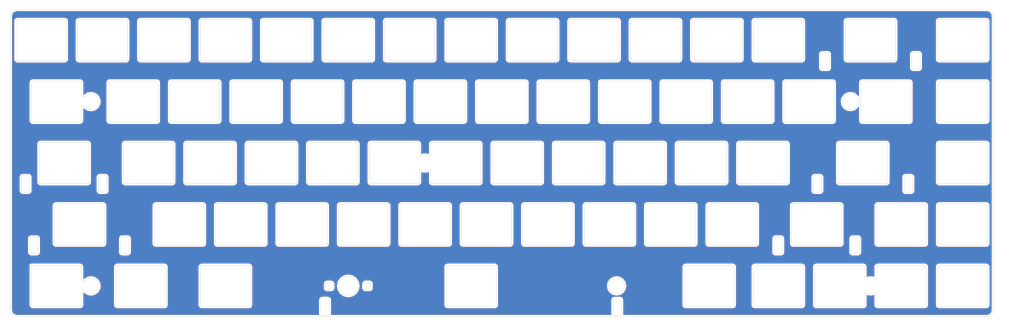
<source format=kicad_pcb>
(kicad_pcb (version 4) (host pcbnew 4.0.7)
  (layers (0 F.Cu signal) (31 B.Cu signal) (34 B.Paste user) (35 F.Paste user) (36 B.SilkS user) (37 F.SilkS user) (38 B.Mask user) (39 F.Mask user) (44 Edge.Cuts user))
  (net 0 "")
  (net 1 GND)
  (module locallib:outline (layer F.Cu) (at 323.85 18.796)
    (fp_text reference E1)
    (fp_text value Outline)
    (fp_line (start -24.8 13.4) (end -23.133 13.4) (layer Edge.Cuts) (width 0.1))
    (fp_arc (start -24.8 18.1077) (end -25.3 18.1077) (angle -90) (layer Edge.Cuts) (width 0.1))
    (fp_line (start -25.3 18.1077) (end -25.3 13.9) (layer Edge.Cuts) (width 0.1))
    (fp_arc (start -24.8 13.9) (end -24.8 13.4) (angle -90) (layer Edge.Cuts) (width 0.1))
    (fp_arc (start -202.526 60.7767) (end -202.526 60.2767) (angle -90) (layer Edge.Cuts) (width 0.1))
    (fp_line (start -269.2005 41.2268) (end -254.5997 41.2268) (layer Edge.Cuts) (width 0.1))
    (fp_arc (start -25.515 52) (end -25.015 52) (angle -90) (layer Edge.Cuts) (width 0.1))
    (fp_arc (start -55.373 56.2077) (end -55.873 56.2077) (angle -90) (layer Edge.Cuts) (width 0.1))
    (fp_arc (start -226.0247 60.7767) (end -225.5247 60.7767) (angle -90) (layer Edge.Cuts) (width 0.1))
    (fp_arc (start -55.373 52) (end -55.373 51.5) (angle -90) (layer Edge.Cuts) (width 0.1))
    (fp_line (start -25.515 56.7077) (end -27.181 56.7077) (layer Edge.Cuts) (width 0.1))
    (fp_arc (start -187.925 72.5773) (end -187.925 73.0773) (angle -90) (layer Edge.Cuts) (width 0.1))
    (fp_arc (start -27.181 52) (end -27.181 51.5) (angle -90) (layer Edge.Cuts) (width 0.1))
    (fp_line (start -62.532 72.5773) (end -62.532 60.7767) (layer Edge.Cuts) (width 0.1))
    (fp_line (start -187.925 73.0773) (end -202.526 73.0773) (layer Edge.Cuts) (width 0.1))
    (fp_line (start -212.0506 41.2268) (end -197.45 41.2268) (layer Edge.Cuts) (width 0.1))
    (fp_line (start -241.1256 72.5773) (end -241.1256 60.7767) (layer Edge.Cuts) (width 0.1))
    (fp_arc (start -280.7948 41.7268) (end -280.2948 41.7268) (angle -90) (layer Edge.Cuts) (width 0.1))
    (fp_arc (start -25.515 56.2077) (end -25.515 56.7077) (angle -90) (layer Edge.Cuts) (width 0.1))
    (fp_line (start -27.681 56.2077) (end -27.681 52) (layer Edge.Cuts) (width 0.1))
    (fp_line (start -27.181 51.5) (end -25.515 51.5) (layer Edge.Cuts) (width 0.1))
    (fp_arc (start -202.526 72.5773) (end -203.026 72.5773) (angle -90) (layer Edge.Cuts) (width 0.1))
    (fp_arc (start -269.2005 41.7268) (end -269.2005 41.2268) (angle -90) (layer Edge.Cuts) (width 0.1))
    (fp_line (start -53.208 52) (end -53.208 56.2077) (layer Edge.Cuts) (width 0.1))
    (fp_arc (start -254.5997 41.7268) (end -254.0997 41.7268) (angle -90) (layer Edge.Cuts) (width 0.1))
    (fp_line (start -55.373 51.5) (end -53.708 51.5) (layer Edge.Cuts) (width 0.1))
    (fp_line (start -46.931 60.7767) (end -46.931 72.5773) (layer Edge.Cuts) (width 0.1))
    (fp_arc (start -47.431 60.7767) (end -46.931 60.7767) (angle -90) (layer Edge.Cuts) (width 0.1))
    (fp_line (start -225.5247 60.7767) (end -225.5247 72.5773) (layer Edge.Cuts) (width 0.1))
    (fp_line (start -53.708 56.7077) (end -55.373 56.7077) (layer Edge.Cuts) (width 0.1))
    (fp_line (start -280.2948 41.7268) (end -280.2948 53.5273) (layer Edge.Cuts) (width 0.1))
    (fp_arc (start -226.0247 72.5773) (end -226.0247 73.0773) (angle -90) (layer Edge.Cuts) (width 0.1))
    (fp_arc (start -53.708 52) (end -53.208 52) (angle -90) (layer Edge.Cuts) (width 0.1))
    (fp_line (start -25.015 52) (end -25.015 56.2077) (layer Edge.Cuts) (width 0.1))
    (fp_arc (start -27.181 56.2077) (end -27.681 56.2077) (angle -90) (layer Edge.Cuts) (width 0.1))
    (fp_arc (start -240.6256 72.5773) (end -241.1256 72.5773) (angle -90) (layer Edge.Cuts) (width 0.1))
    (fp_line (start -203.026 72.5773) (end -203.026 60.7767) (layer Edge.Cuts) (width 0.1))
    (fp_arc (start -187.925 60.7767) (end -187.425 60.7767) (angle -90) (layer Edge.Cuts) (width 0.1))
    (fp_line (start -187.425 60.7767) (end -187.425 72.5773) (layer Edge.Cuts) (width 0.1))
    (fp_line (start -254.0997 41.7268) (end -254.0997 53.5273) (layer Edge.Cuts) (width 0.1))
    (fp_line (start -254.5997 54.0273) (end -269.2005 54.0273) (layer Edge.Cuts) (width 0.1))
    (fp_arc (start -269.2005 53.5273) (end -269.7005 53.5273) (angle -90) (layer Edge.Cuts) (width 0.1))
    (fp_line (start -269.7005 53.5273) (end -269.7005 41.7268) (layer Edge.Cuts) (width 0.1))
    (fp_line (start -212.5506 53.5273) (end -212.5506 41.7268) (layer Edge.Cuts) (width 0.1))
    (fp_arc (start -212.0506 41.7268) (end -212.0506 41.2268) (angle -90) (layer Edge.Cuts) (width 0.1))
    (fp_arc (start -197.45 41.7268) (end -196.95 41.7268) (angle -90) (layer Edge.Cuts) (width 0.1))
    (fp_line (start -196.95 41.7268) (end -196.95 53.5273) (layer Edge.Cuts) (width 0.1))
    (fp_arc (start -53.708 56.2077) (end -53.708 56.7077) (angle -90) (layer Edge.Cuts) (width 0.1))
    (fp_arc (start -254.5997 53.5273) (end -254.5997 54.0273) (angle -90) (layer Edge.Cuts) (width 0.1))
    (fp_arc (start -62.032 60.7767) (end -62.032 60.2767) (angle -90) (layer Edge.Cuts) (width 0.1))
    (fp_line (start -197.45 54.0273) (end -212.0506 54.0273) (layer Edge.Cuts) (width 0.1))
    (fp_arc (start -212.0506 53.5273) (end -212.5506 53.5273) (angle -90) (layer Edge.Cuts) (width 0.1))
    (fp_line (start -55.873 56.2077) (end -55.873 52) (layer Edge.Cuts) (width 0.1))
    (fp_line (start -17.287 72.5773) (end -17.287 60.7767) (layer Edge.Cuts) (width 0.1))
    (fp_arc (start -16.787 60.7767) (end -16.787 60.2767) (angle -90) (layer Edge.Cuts) (width 0.1))
    (fp_line (start -16.787 60.2767) (end -2.187 60.2767) (layer Edge.Cuts) (width 0.1))
    (fp_arc (start -2.187 60.7767) (end -1.687 60.7767) (angle -90) (layer Edge.Cuts) (width 0.1))
    (fp_line (start -1.687 60.7767) (end -1.687 72.5773) (layer Edge.Cuts) (width 0.1))
    (fp_line (start -62.032 60.2767) (end -47.431 60.2767) (layer Edge.Cuts) (width 0.1))
    (fp_arc (start -240.6256 60.7767) (end -240.6256 60.2767) (angle -90) (layer Edge.Cuts) (width 0.1))
    (fp_line (start -240.6256 60.2767) (end -226.0247 60.2767) (layer Edge.Cuts) (width 0.1))
    (fp_line (start -226.0247 73.0773) (end -240.6256 73.0773) (layer Edge.Cuts) (width 0.1))
    (fp_arc (start -197.45 53.5273) (end -197.45 54.0273) (angle -90) (layer Edge.Cuts) (width 0.1))
    (fp_arc (start -16.787 72.5773) (end -17.287 72.5773) (angle -90) (layer Edge.Cuts) (width 0.1))
    (fp_arc (start -62.032 72.5773) (end -62.532 72.5773) (angle -90) (layer Edge.Cuts) (width 0.1))
    (fp_arc (start -47.431 72.5773) (end -47.431 73.0773) (angle -90) (layer Edge.Cuts) (width 0.1))
    (fp_line (start -47.431 73.0773) (end -62.032 73.0773) (layer Edge.Cuts) (width 0.1))
    (fp_line (start -202.526 60.2767) (end -187.925 60.2767) (layer Edge.Cuts) (width 0.1))
    (fp_line (start -283.1747 34.9773) (end -297.77547 34.9773) (layer Edge.Cuts) (width 0.1))
    (fp_arc (start -297.77547 34.4773) (end -298.27547 34.4773) (angle -90) (layer Edge.Cuts) (width 0.1))
    (fp_line (start -159.35 54.0273) (end -173.951 54.0273) (layer Edge.Cuts) (width 0.1))
    (fp_line (start -282.6747 22.6768) (end -282.6747 26.77705) (layer Edge.Cuts) (width 0.1))
    (fp_arc (start -276.9892 52) (end -276.9892 51.5) (angle -90) (layer Edge.Cuts) (width 0.1))
    (fp_arc (start -140.3 41.7268) (end -139.8 41.7268) (angle -90) (layer Edge.Cuts) (width 0.1))
    (fp_arc (start -140.3 53.5273) (end -140.3 54.0273) (angle -90) (layer Edge.Cuts) (width 0.1))
    (fp_line (start -275.3227 56.7077) (end -276.9892 56.7077) (layer Edge.Cuts) (width 0.1))
    (fp_line (start -299.19993 56.7077) (end -300.86505 56.7077) (layer Edge.Cuts) (width 0.1))
    (fp_arc (start -154.901 53.5273) (end -155.401 53.5273) (angle -90) (layer Edge.Cuts) (width 0.1))
    (fp_line (start -140.3 54.0273) (end -154.901 54.0273) (layer Edge.Cuts) (width 0.1))
    (fp_arc (start -159.35 53.5273) (end -159.35 54.0273) (angle -90) (layer Edge.Cuts) (width 0.1))
    (fp_arc (start -299.19993 56.2077) (end -299.19993 56.7077) (angle -90) (layer Edge.Cuts) (width 0.1))
    (fp_arc (start -2.187 72.5773) (end -2.187 73.0773) (angle -90) (layer Edge.Cuts) (width 0.1))
    (fp_line (start -174.451 53.5273) (end -174.451 50.03761) (layer Edge.Cuts) (width 0.1))
    (fp_line (start -177.9 50.03761) (end -177.9 53.5273) (layer Edge.Cuts) (width 0.1))
    (fp_arc (start -173.951 41.7268) (end -173.951 41.2268) (angle -90) (layer Edge.Cuts) (width 0.1))
    (fp_arc (start -173.951 53.5273) (end -174.451 53.5273) (angle -90) (layer Edge.Cuts) (width 0.1))
    (fp_line (start -301.36505 56.2077) (end -301.36505 52) (layer Edge.Cuts) (width 0.1))
    (fp_arc (start -176.1755 47.62705) (end -177.447375 49.779336) (angle -61.16120737) (layer Edge.Cuts) (width 0.1))
    (fp_arc (start -300.86505 56.2077) (end -301.36505 56.2077) (angle -90) (layer Edge.Cuts) (width 0.1))
    (fp_line (start -193.501 53.5273) (end -193.501 41.7268) (layer Edge.Cuts) (width 0.1))
    (fp_line (start -274.8227 52) (end -274.8227 56.2077) (layer Edge.Cuts) (width 0.1))
    (fp_arc (start -300.86505 52) (end -300.86505 51.5) (angle -90) (layer Edge.Cuts) (width 0.1))
    (fp_line (start -178.4 54.0273) (end -193.001 54.0273) (layer Edge.Cuts) (width 0.1))
    (fp_arc (start -159.35 41.7268) (end -158.85 41.7268) (angle -90) (layer Edge.Cuts) (width 0.1))
    (fp_line (start -277.4892 56.2077) (end -277.4892 52) (layer Edge.Cuts) (width 0.1))
    (fp_arc (start -275.3227 56.2077) (end -275.3227 56.7077) (angle -90) (layer Edge.Cuts) (width 0.1))
    (fp_arc (start -283.1747 22.6768) (end -282.6747 22.6768) (angle -90) (layer Edge.Cuts) (width 0.1))
    (fp_arc (start -282.3747 26.77705) (end -282.6747 26.77705) (angle -90) (layer Edge.Cuts) (width 0.1))
    (fp_arc (start -282.001568 26.57705) (end -282.001568 27.07705) (angle -48.1896851) (layer Edge.Cuts) (width 0.1))
    (fp_arc (start -154.901 41.7268) (end -154.901 41.2268) (angle -90) (layer Edge.Cuts) (width 0.1))
    (fp_arc (start -193.001 41.7268) (end -193.001 41.2268) (angle -90) (layer Edge.Cuts) (width 0.1))
    (fp_arc (start -297.77547 22.6768) (end -297.77547 22.1768) (angle -90) (layer Edge.Cuts) (width 0.1))
    (fp_arc (start -177.6 45.21649) (end -177.9 45.21649) (angle -120.5806037) (layer Edge.Cuts) (width 0.1))
    (fp_arc (start -178.4 53.5273) (end -178.4 54.0273) (angle -90) (layer Edge.Cuts) (width 0.1))
    (fp_line (start -193.001 41.2268) (end -178.4 41.2268) (layer Edge.Cuts) (width 0.1))
    (fp_arc (start -176.1755 47.62705) (end -174.903625 45.474764) (angle -61.16120737) (layer Edge.Cuts) (width 0.1))
    (fp_line (start -177.9 41.7268) (end -177.9 45.21649) (layer Edge.Cuts) (width 0.1))
    (fp_line (start -139.8 41.7268) (end -139.8 53.5273) (layer Edge.Cuts) (width 0.1))
    (fp_arc (start -275.3227 52) (end -274.8227 52) (angle -90) (layer Edge.Cuts) (width 0.1))
    (fp_arc (start -174.751 50.03761) (end -174.451 50.03761) (angle -120.5806037) (layer Edge.Cuts) (width 0.1))
    (fp_line (start -300.86505 51.5) (end -299.19993 51.5) (layer Edge.Cuts) (width 0.1))
    (fp_arc (start -177.6 50.03761) (end -177.447375 49.779336) (angle -120.5806037) (layer Edge.Cuts) (width 0.1))
    (fp_line (start -155.401 53.5273) (end -155.401 41.7268) (layer Edge.Cuts) (width 0.1))
    (fp_line (start -298.69993 52) (end -298.69993 56.2077) (layer Edge.Cuts) (width 0.1))
    (fp_line (start -158.85 41.7268) (end -158.85 53.5273) (layer Edge.Cuts) (width 0.1))
    (fp_arc (start -178.4 41.7268) (end -177.9 41.7268) (angle -90) (layer Edge.Cuts) (width 0.1))
    (fp_arc (start -283.1747 34.4773) (end -283.1747 34.9773) (angle -90) (layer Edge.Cuts) (width 0.1))
    (fp_line (start -2.187 73.0773) (end -16.787 73.0773) (layer Edge.Cuts) (width 0.1))
    (fp_line (start -298.27547 34.4773) (end -298.27547 22.6768) (layer Edge.Cuts) (width 0.1))
    (fp_line (start -297.77547 22.1768) (end -283.1747 22.1768) (layer Edge.Cuts) (width 0.1))
    (fp_line (start -282.3747 27.07705) (end -282.001568 27.07705) (layer Edge.Cuts) (width 0.1))
    (fp_arc (start -279.7655 28.57705) (end -281.62889 30.243716) (angle -276.3793702) (layer Edge.Cuts) (width 0.1))
    (fp_arc (start -282.001568 30.57705) (end -281.62889 30.243716) (angle -48.1896851) (layer Edge.Cuts) (width 0.1))
    (fp_line (start -276.9892 51.5) (end -275.3227 51.5) (layer Edge.Cuts) (width 0.1))
    (fp_arc (start -174.751 45.21649) (end -174.903625 45.474764) (angle -120.5806037) (layer Edge.Cuts) (width 0.1))
    (fp_arc (start -276.9892 56.2077) (end -277.4892 56.2077) (angle -90) (layer Edge.Cuts) (width 0.1))
    (fp_line (start -173.951 41.2268) (end -159.35 41.2268) (layer Edge.Cuts) (width 0.1))
    (fp_line (start -154.901 41.2268) (end -140.3 41.2268) (layer Edge.Cuts) (width 0.1))
    (fp_arc (start -299.19993 52) (end -298.69993 52) (angle -90) (layer Edge.Cuts) (width 0.1))
    (fp_line (start -174.451 45.21649) (end -174.451 41.7268) (layer Edge.Cuts) (width 0.1))
    (fp_arc (start -193.001 53.5273) (end -193.501 53.5273) (angle -90) (layer Edge.Cuts) (width 0.1))
    (fp_arc (start -88.226 60.7767) (end -88.226 60.2767) (angle -90) (layer Edge.Cuts) (width 0.1))
    (fp_line (start -126.826 72.5773) (end -126.826 60.7767) (layer Edge.Cuts) (width 0.1))
    (fp_arc (start -73.625 72.5773) (end -73.625 73.0773) (angle -90) (layer Edge.Cuts) (width 0.1))
    (fp_line (start -130.275 60.7767) (end -130.275 72.5773) (layer Edge.Cuts) (width 0.1))
    (fp_line (start -111.225 60.7767) (end -111.225 72.5773) (layer Edge.Cuts) (width 0.1))
    (fp_arc (start -126.326 60.7767) (end -126.326 60.2767) (angle -90) (layer Edge.Cuts) (width 0.1))
    (fp_line (start -126.326 60.2767) (end -111.725 60.2767) (layer Edge.Cuts) (width 0.1))
    (fp_arc (start -280.7948 53.5273) (end -280.7948 54.0273) (angle -90) (layer Edge.Cuts) (width 0.1))
    (fp_line (start -298.26054 70.5499) (end -296.59407 70.5499) (layer Edge.Cuts) (width 0.1))
    (fp_arc (start -296.59407 75.2576) (end -296.59407 75.7576) (angle -90) (layer Edge.Cuts) (width 0.1))
    (fp_arc (start -298.26054 75.2576) (end -298.76054 75.2576) (angle -90) (layer Edge.Cuts) (width 0.1))
    (fp_line (start -111.725 73.0773) (end -126.326 73.0773) (layer Edge.Cuts) (width 0.1))
    (fp_line (start -65.336 71.0499) (end -65.336 75.2576) (layer Edge.Cuts) (width 0.1))
    (fp_arc (start -126.326 72.5773) (end -126.826 72.5773) (angle -90) (layer Edge.Cuts) (width 0.1))
    (fp_line (start -280.7948 54.0273) (end -295.39422 54.0273) (layer Edge.Cuts) (width 0.1))
    (fp_arc (start -295.39422 53.5273) (end -295.89422 53.5273) (angle -90) (layer Edge.Cuts) (width 0.1))
    (fp_line (start -295.89422 53.5273) (end -295.89422 41.7268) (layer Edge.Cuts) (width 0.1))
    (fp_arc (start -295.39422 41.7268) (end -295.39422 41.2268) (angle -90) (layer Edge.Cuts) (width 0.1))
    (fp_line (start -295.39422 41.2268) (end -280.7948 41.2268) (layer Edge.Cuts) (width 0.1))
    (fp_line (start -92.675 73.0773) (end -107.276 73.0773) (layer Edge.Cuts) (width 0.1))
    (fp_arc (start -130.775 60.7767) (end -130.275 60.7767) (angle -90) (layer Edge.Cuts) (width 0.1))
    (fp_arc (start -92.675 72.5773) (end -92.675 73.0773) (angle -90) (layer Edge.Cuts) (width 0.1))
    (fp_arc (start -145.376 72.5773) (end -145.876 72.5773) (angle -90) (layer Edge.Cuts) (width 0.1))
    (fp_line (start -43.627 70.5499) (end -41.96 70.5499) (layer Edge.Cuts) (width 0.1))
    (fp_line (start -270.5687 75.2576) (end -270.5687 71.0499) (layer Edge.Cuts) (width 0.1))
    (fp_arc (start -270.0687 75.2576) (end -270.5687 75.2576) (angle -90) (layer Edge.Cuts) (width 0.1))
    (fp_line (start -145.376 60.2767) (end -130.775 60.2767) (layer Edge.Cuts) (width 0.1))
    (fp_arc (start -111.725 60.7767) (end -111.225 60.7767) (angle -90) (layer Edge.Cuts) (width 0.1))
    (fp_arc (start -88.226 72.5773) (end -88.726 72.5773) (angle -90) (layer Edge.Cuts) (width 0.1))
    (fp_line (start -73.625 73.0773) (end -88.226 73.0773) (layer Edge.Cuts) (width 0.1))
    (fp_arc (start -67.503 75.2576) (end -68.003 75.2576) (angle -90) (layer Edge.Cuts) (width 0.1))
    (fp_arc (start -67.503 71.0499) (end -67.503 70.5499) (angle -90) (layer Edge.Cuts) (width 0.1))
    (fp_arc (start -296.59407 71.0499) (end -296.09407 71.0499) (angle -90) (layer Edge.Cuts) (width 0.1))
    (fp_line (start -296.09407 71.0499) (end -296.09407 75.2576) (layer Edge.Cuts) (width 0.1))
    (fp_arc (start -298.26054 71.0499) (end -298.26054 70.5499) (angle -90) (layer Edge.Cuts) (width 0.1))
    (fp_line (start -145.876 72.5773) (end -145.876 60.7767) (layer Edge.Cuts) (width 0.1))
    (fp_arc (start -268.4021 75.2576) (end -268.4021 75.7576) (angle -90) (layer Edge.Cuts) (width 0.1))
    (fp_arc (start -43.627 71.0499) (end -43.627 70.5499) (angle -90) (layer Edge.Cuts) (width 0.1))
    (fp_line (start -268.4021 75.7576) (end -270.0687 75.7576) (layer Edge.Cuts) (width 0.1))
    (fp_arc (start -130.775 72.5773) (end -130.775 73.0773) (angle -90) (layer Edge.Cuts) (width 0.1))
    (fp_line (start -270.0687 70.5499) (end -268.4021 70.5499) (layer Edge.Cuts) (width 0.1))
    (fp_arc (start -43.627 75.2576) (end -44.127 75.2576) (angle -90) (layer Edge.Cuts) (width 0.1))
    (fp_line (start -130.775 73.0773) (end -145.376 73.0773) (layer Edge.Cuts) (width 0.1))
    (fp_line (start -41.96 75.7576) (end -43.627 75.7576) (layer Edge.Cuts) (width 0.1))
    (fp_line (start -67.503 70.5499) (end -65.836 70.5499) (layer Edge.Cuts) (width 0.1))
    (fp_arc (start -65.836 71.0499) (end -65.336 71.0499) (angle -90) (layer Edge.Cuts) (width 0.1))
    (fp_arc (start -65.836 75.2576) (end -65.836 75.7576) (angle -90) (layer Edge.Cuts) (width 0.1))
    (fp_line (start -88.226 60.2767) (end -73.625 60.2767) (layer Edge.Cuts) (width 0.1))
    (fp_line (start -44.127 75.2576) (end -44.127 71.0499) (layer Edge.Cuts) (width 0.1))
    (fp_arc (start -41.96 71.0499) (end -41.46 71.0499) (angle -90) (layer Edge.Cuts) (width 0.1))
    (fp_line (start -68.003 75.2576) (end -68.003 71.0499) (layer Edge.Cuts) (width 0.1))
    (fp_arc (start -73.625 60.7767) (end -73.125 60.7767) (angle -90) (layer Edge.Cuts) (width 0.1))
    (fp_arc (start -145.376 60.7767) (end -145.376 60.2767) (angle -90) (layer Edge.Cuts) (width 0.1))
    (fp_arc (start -270.0687 71.0499) (end -270.0687 70.5499) (angle -90) (layer Edge.Cuts) (width 0.1))
    (fp_arc (start -268.4021 71.0499) (end -267.9021 71.0499) (angle -90) (layer Edge.Cuts) (width 0.1))
    (fp_line (start -298.76054 75.2576) (end -298.76054 71.0499) (layer Edge.Cuts) (width 0.1))
    (fp_line (start -267.9021 71.0499) (end -267.9021 75.2576) (layer Edge.Cuts) (width 0.1))
    (fp_line (start -65.836 75.7576) (end -67.503 75.7576) (layer Edge.Cuts) (width 0.1))
    (fp_line (start -88.726 72.5773) (end -88.726 60.7767) (layer Edge.Cuts) (width 0.1))
    (fp_line (start -73.125 60.7767) (end -73.125 72.5773) (layer Edge.Cuts) (width 0.1))
    (fp_arc (start -41.96 75.2576) (end -41.96 75.7576) (angle -90) (layer Edge.Cuts) (width 0.1))
    (fp_line (start -41.46 71.0499) (end -41.46 75.2576) (layer Edge.Cuts) (width 0.1))
    (fp_arc (start -111.725 72.5773) (end -111.725 73.0773) (angle -90) (layer Edge.Cuts) (width 0.1))
    (fp_line (start -296.59407 75.7576) (end -298.26054 75.7576) (layer Edge.Cuts) (width 0.1))
    (fp_arc (start -290.6317 72.5773) (end -291.1317 72.5773) (angle -90) (layer Edge.Cuts) (width 0.1))
    (fp_arc (start -169.187 79.8267) (end -169.187 79.3267) (angle -90) (layer Edge.Cuts) (width 0.1))
    (fp_arc (start -2.187 79.8267) (end -1.687 79.8267) (angle -90) (layer Edge.Cuts) (width 0.1))
    (fp_arc (start -283.1747 91.62728) (end -283.1747 92.12728) (angle -90) (layer Edge.Cuts) (width 0.1))
    (fp_arc (start -276.031 72.5773) (end -276.031 73.0773) (angle -90) (layer Edge.Cuts) (width 0.1))
    (fp_line (start -107.276 60.2767) (end -92.675 60.2767) (layer Edge.Cuts) (width 0.1))
    (fp_arc (start -164.426 60.7767) (end -164.426 60.2767) (angle -90) (layer Edge.Cuts) (width 0.1))
    (fp_arc (start -283.1747 79.8267) (end -282.6747 79.8267) (angle -90) (layer Edge.Cuts) (width 0.1))
    (fp_line (start -169.687 91.62728) (end -169.687 79.8267) (layer Edge.Cuts) (width 0.1))
    (fp_line (start -206.4747 60.7767) (end -206.4747 72.5773) (layer Edge.Cuts) (width 0.1))
    (fp_arc (start -290.6317 60.7767) (end -290.6317 60.2767) (angle -90) (layer Edge.Cuts) (width 0.1))
    (fp_line (start -245.0747 73.0773) (end -259.6756 73.0773) (layer Edge.Cuts) (width 0.1))
    (fp_line (start -154.087 79.8267) (end -154.087 91.62728) (layer Edge.Cuts) (width 0.1))
    (fp_arc (start -259.6756 72.5773) (end -260.1756 72.5773) (angle -90) (layer Edge.Cuts) (width 0.1))
    (fp_arc (start -221.5756 72.5773) (end -222.0756 72.5773) (angle -90) (layer Edge.Cuts) (width 0.1))
    (fp_line (start -276.031 73.0773) (end -290.6317 73.0773) (layer Edge.Cuts) (width 0.1))
    (fp_arc (start -169.187 91.62728) (end -169.687 91.62728) (angle -90) (layer Edge.Cuts) (width 0.1))
    (fp_arc (start -276.031 60.7767) (end -275.531 60.7767) (angle -90) (layer Edge.Cuts) (width 0.1))
    (fp_line (start -164.926 72.5773) (end -164.926 60.7767) (layer Edge.Cuts) (width 0.1))
    (fp_line (start -282.3747 84.22699) (end -282.001568 84.22699) (layer Edge.Cuts) (width 0.1))
    (fp_line (start -275.531 60.7767) (end -275.531 72.5773) (layer Edge.Cuts) (width 0.1))
    (fp_line (start -282.6747 87.52699) (end -282.6747 91.62728) (layer Edge.Cuts) (width 0.1))
    (fp_line (start -259.6756 60.2767) (end -245.0747 60.2767) (layer Edge.Cuts) (width 0.1))
    (fp_line (start -290.6317 60.2767) (end -276.031 60.2767) (layer Edge.Cuts) (width 0.1))
    (fp_line (start -260.1756 72.5773) (end -260.1756 60.7767) (layer Edge.Cuts) (width 0.1))
    (fp_arc (start -154.587 79.8267) (end -154.087 79.8267) (angle -90) (layer Edge.Cuts) (width 0.1))
    (fp_line (start -107.776 72.5773) (end -107.776 60.7767) (layer Edge.Cuts) (width 0.1))
    (fp_line (start -1.687 79.8267) (end -1.687 91.62728) (layer Edge.Cuts) (width 0.1))
    (fp_line (start -281.7655 87.22699) (end -282.3747 87.22699) (layer Edge.Cuts) (width 0.1))
    (fp_line (start -283.1747 92.12728) (end -297.77547 92.12728) (layer Edge.Cuts) (width 0.1))
    (fp_line (start -298.27547 91.62728) (end -298.27547 79.3267) (layer Edge.Cuts) (width 0.1))
    (fp_line (start -298.27547 79.3267) (end -283.1747 79.3267) (layer Edge.Cuts) (width 0.1))
    (fp_arc (start -279.7655 85.72699) (end -281.7655 87.22699) (angle -281.3197875) (layer Edge.Cuts) (width 0.1))
    (fp_line (start -206.9747 73.0773) (end -221.5756 73.0773) (layer Edge.Cuts) (width 0.1))
    (fp_line (start -164.426 60.2767) (end -149.825 60.2767) (layer Edge.Cuts) (width 0.1))
    (fp_line (start -149.325 60.7767) (end -149.325 72.5773) (layer Edge.Cuts) (width 0.1))
    (fp_line (start -149.825 73.0773) (end -164.426 73.0773) (layer Edge.Cuts) (width 0.1))
    (fp_arc (start -245.0747 60.7767) (end -244.5747 60.7767) (angle -90) (layer Edge.Cuts) (width 0.1))
    (fp_arc (start -282.3747 83.92699) (end -282.6747 83.92699) (angle -90) (layer Edge.Cuts) (width 0.1))
    (fp_line (start -221.5756 60.2767) (end -206.9747 60.2767) (layer Edge.Cuts) (width 0.1))
    (fp_line (start -291.1317 72.5773) (end -291.1317 60.7767) (layer Edge.Cuts) (width 0.1))
    (fp_line (start -244.5747 60.7767) (end -244.5747 72.5773) (layer Edge.Cuts) (width 0.1))
    (fp_arc (start -282.3747 87.52699) (end -282.3747 87.22699) (angle -90) (layer Edge.Cuts) (width 0.1))
    (fp_arc (start -164.426 72.5773) (end -164.926 72.5773) (angle -90) (layer Edge.Cuts) (width 0.1))
    (fp_arc (start -107.276 60.7767) (end -107.276 60.2767) (angle -90) (layer Edge.Cuts) (width 0.1))
    (fp_arc (start -92.675 60.7767) (end -92.175 60.7767) (angle -90) (layer Edge.Cuts) (width 0.1))
    (fp_arc (start -2.187 91.62728) (end -2.187 92.12728) (angle -90) (layer Edge.Cuts) (width 0.1))
    (fp_line (start -282.6747 79.8267) (end -282.6747 83.92699) (layer Edge.Cuts) (width 0.1))
    (fp_line (start -222.0756 72.5773) (end -222.0756 60.7767) (layer Edge.Cuts) (width 0.1))
    (fp_arc (start -206.9747 60.7767) (end -206.4747 60.7767) (angle -90) (layer Edge.Cuts) (width 0.1))
    (fp_arc (start -206.9747 72.5773) (end -206.9747 73.0773) (angle -90) (layer Edge.Cuts) (width 0.1))
    (fp_arc (start -154.587 91.62728) (end -154.587 92.12728) (angle -90) (layer Edge.Cuts) (width 0.1))
    (fp_arc (start -259.6756 60.7767) (end -259.6756 60.2767) (angle -90) (layer Edge.Cuts) (width 0.1))
    (fp_arc (start -297.77547 91.62728) (end -298.27547 91.62728) (angle -90) (layer Edge.Cuts) (width 0.1))
    (fp_arc (start -245.0747 72.5773) (end -245.0747 73.0773) (angle -90) (layer Edge.Cuts) (width 0.1))
    (fp_arc (start -282.001568 83.72699) (end -282.001568 84.22699) (angle -48.1896851) (layer Edge.Cuts) (width 0.1))
    (fp_line (start -169.187 79.3267) (end -154.587 79.3267) (layer Edge.Cuts) (width 0.1))
    (fp_arc (start -221.5756 60.7767) (end -221.5756 60.2767) (angle -90) (layer Edge.Cuts) (width 0.1))
    (fp_line (start -154.587 92.12728) (end -169.187 92.12728) (layer Edge.Cuts) (width 0.1))
    (fp_arc (start -149.825 60.7767) (end -149.325 60.7767) (angle -90) (layer Edge.Cuts) (width 0.1))
    (fp_arc (start -149.825 72.5773) (end -149.825 73.0773) (angle -90) (layer Edge.Cuts) (width 0.1))
    (fp_arc (start -107.276 72.5773) (end -107.776 72.5773) (angle -90) (layer Edge.Cuts) (width 0.1))
    (fp_line (start -92.175 60.7767) (end -92.175 72.5773) (layer Edge.Cuts) (width 0.1))
    (fp_arc (start -102.2 53.5273) (end -102.2 54.0273) (angle -90) (layer Edge.Cuts) (width 0.1))
    (fp_line (start -79.201 53.5273) (end -79.201 41.7268) (layer Edge.Cuts) (width 0.1))
    (fp_line (start -106.962 34.9773) (end -121.562 34.9773) (layer Edge.Cuts) (width 0.1))
    (fp_line (start -144.562 22.6768) (end -144.562 34.4773) (layer Edge.Cuts) (width 0.1))
    (fp_arc (start -235.8617 22.6768) (end -235.8617 22.1768) (angle -90) (layer Edge.Cuts) (width 0.1))
    (fp_arc (start -240.3122 22.6768) (end -239.8122 22.6768) (angle -90) (layer Edge.Cuts) (width 0.1))
    (fp_arc (start -126.012 22.6768) (end -125.512 22.6768) (angle -90) (layer Edge.Cuts) (width 0.1))
    (fp_line (start -236.3617 34.4773) (end -236.3617 22.6768) (layer Edge.Cuts) (width 0.1))
    (fp_arc (start -126.012 34.4773) (end -126.012 34.9773) (angle -90) (layer Edge.Cuts) (width 0.1))
    (fp_arc (start -202.212 34.4773) (end -202.212 34.9773) (angle -90) (layer Edge.Cuts) (width 0.1))
    (fp_line (start -116.801 41.2268) (end -102.2 41.2268) (layer Edge.Cuts) (width 0.1))
    (fp_line (start -101.7 41.7268) (end -101.7 53.5273) (layer Edge.Cuts) (width 0.1))
    (fp_arc (start -221.2622 34.4773) (end -221.2622 34.9773) (angle -90) (layer Edge.Cuts) (width 0.1))
    (fp_arc (start -116.801 53.5273) (end -117.301 53.5273) (angle -90) (layer Edge.Cuts) (width 0.1))
    (fp_arc (start -64.1 53.5273) (end -64.1 54.0273) (angle -90) (layer Edge.Cuts) (width 0.1))
    (fp_arc (start -64.1 41.7268) (end -63.6 41.7268) (angle -90) (layer Edge.Cuts) (width 0.1))
    (fp_line (start -106.462 22.6768) (end -106.462 34.4773) (layer Edge.Cuts) (width 0.1))
    (fp_arc (start -240.3122 34.4773) (end -240.3122 34.9773) (angle -90) (layer Edge.Cuts) (width 0.1))
    (fp_arc (start -78.701 53.5273) (end -79.201 53.5273) (angle -90) (layer Edge.Cuts) (width 0.1))
    (fp_line (start -122.062 34.4773) (end -122.062 22.6768) (layer Edge.Cuts) (width 0.1))
    (fp_line (start -217.3117 34.4773) (end -217.3117 22.6768) (layer Edge.Cuts) (width 0.1))
    (fp_arc (start -121.562 22.6768) (end -121.562 22.1768) (angle -90) (layer Edge.Cuts) (width 0.1))
    (fp_line (start -121.562 22.1768) (end -106.962 22.1768) (layer Edge.Cuts) (width 0.1))
    (fp_arc (start -116.801 41.7268) (end -116.801 41.2268) (angle -90) (layer Edge.Cuts) (width 0.1))
    (fp_arc (start -264.4367 3.6268) (end -264.4367 3.1268) (angle -90) (layer Edge.Cuts) (width 0.1))
    (fp_line (start -264.4367 3.1268) (end -249.8372 3.1268) (layer Edge.Cuts) (width 0.1))
    (fp_line (start -63.6 41.7268) (end -63.6 53.5273) (layer Edge.Cuts) (width 0.1))
    (fp_arc (start -221.2622 22.6768) (end -220.7622 22.6768) (angle -90) (layer Edge.Cuts) (width 0.1))
    (fp_line (start -216.8117 22.1768) (end -202.212 22.1768) (layer Edge.Cuts) (width 0.1))
    (fp_arc (start -202.212 22.6768) (end -201.712 22.6768) (angle -90) (layer Edge.Cuts) (width 0.1))
    (fp_arc (start -140.612 22.6768) (end -140.612 22.1768) (angle -90) (layer Edge.Cuts) (width 0.1))
    (fp_line (start -102.2 54.0273) (end -116.801 54.0273) (layer Edge.Cuts) (width 0.1))
    (fp_line (start -117.301 53.5273) (end -117.301 41.7268) (layer Edge.Cuts) (width 0.1))
    (fp_line (start -64.1 54.0273) (end -78.701 54.0273) (layer Edge.Cuts) (width 0.1))
    (fp_line (start -201.712 22.6768) (end -201.712 34.4773) (layer Edge.Cuts) (width 0.1))
    (fp_line (start -254.9117 22.1768) (end -240.3122 22.1768) (layer Edge.Cuts) (width 0.1))
    (fp_line (start -240.3122 34.9773) (end -254.9117 34.9773) (layer Edge.Cuts) (width 0.1))
    (fp_line (start -126.012 34.9773) (end -140.612 34.9773) (layer Edge.Cuts) (width 0.1))
    (fp_line (start -78.701 41.2268) (end -64.1 41.2268) (layer Edge.Cuts) (width 0.1))
    (fp_arc (start -106.962 34.4773) (end -106.962 34.9773) (angle -90) (layer Edge.Cuts) (width 0.1))
    (fp_line (start -221.2622 34.9773) (end -235.8617 34.9773) (layer Edge.Cuts) (width 0.1))
    (fp_arc (start -121.562 34.4773) (end -122.062 34.4773) (angle -90) (layer Edge.Cuts) (width 0.1))
    (fp_line (start -255.4117 34.4773) (end -255.4117 22.6768) (layer Edge.Cuts) (width 0.1))
    (fp_line (start -141.112 34.4773) (end -141.112 22.6768) (layer Edge.Cuts) (width 0.1))
    (fp_arc (start -254.9117 22.6768) (end -254.9117 22.1768) (angle -90) (layer Edge.Cuts) (width 0.1))
    (fp_line (start -140.612 22.1768) (end -126.012 22.1768) (layer Edge.Cuts) (width 0.1))
    (fp_arc (start -102.2 41.7268) (end -101.7 41.7268) (angle -90) (layer Edge.Cuts) (width 0.1))
    (fp_arc (start -78.701 41.7268) (end -78.701 41.2268) (angle -90) (layer Edge.Cuts) (width 0.1))
    (fp_line (start -220.7622 22.6768) (end -220.7622 34.4773) (layer Edge.Cuts) (width 0.1))
    (fp_line (start -235.8617 22.1768) (end -221.2622 22.1768) (layer Edge.Cuts) (width 0.1))
    (fp_line (start -159.662 22.1768) (end -145.062 22.1768) (layer Edge.Cuts) (width 0.1))
    (fp_arc (start -216.8117 34.4773) (end -217.3117 34.4773) (angle -90) (layer Edge.Cuts) (width 0.1))
    (fp_arc (start -106.962 22.6768) (end -106.462 22.6768) (angle -90) (layer Edge.Cuts) (width 0.1))
    (fp_arc (start -249.8372 3.6268) (end -249.3372 3.6268) (angle -90) (layer Edge.Cuts) (width 0.1))
    (fp_line (start -249.3372 3.6268) (end -249.3372 15.4273) (layer Edge.Cuts) (width 0.1))
    (fp_arc (start -254.9117 34.4773) (end -255.4117 34.4773) (angle -90) (layer Edge.Cuts) (width 0.1))
    (fp_arc (start -140.612 34.4773) (end -141.112 34.4773) (angle -90) (layer Edge.Cuts) (width 0.1))
    (fp_arc (start -216.8117 22.6768) (end -216.8117 22.1768) (angle -90) (layer Edge.Cuts) (width 0.1))
    (fp_arc (start -145.062 34.4773) (end -145.062 34.9773) (angle -90) (layer Edge.Cuts) (width 0.1))
    (fp_line (start -239.8122 22.6768) (end -239.8122 34.4773) (layer Edge.Cuts) (width 0.1))
    (fp_arc (start -235.8617 34.4773) (end -236.3617 34.4773) (angle -90) (layer Edge.Cuts) (width 0.1))
    (fp_line (start -125.512 22.6768) (end -125.512 34.4773) (layer Edge.Cuts) (width 0.1))
    (fp_arc (start -145.062 22.6768) (end -144.562 22.6768) (angle -90) (layer Edge.Cuts) (width 0.1))
    (fp_line (start -202.212 34.9773) (end -216.8117 34.9773) (layer Edge.Cuts) (width 0.1))
    (fp_arc (start -135.851 53.5273) (end -136.351 53.5273) (angle -90) (layer Edge.Cuts) (width 0.1))
    (fp_line (start -274.4616 34.4773) (end -274.4616 22.6768) (layer Edge.Cuts) (width 0.1))
    (fp_arc (start -16.787 53.5273) (end -17.287 53.5273) (angle -90) (layer Edge.Cuts) (width 0.1))
    (fp_line (start -17.287 53.5273) (end -17.287 41.7268) (layer Edge.Cuts) (width 0.1))
    (fp_arc (start -16.787 41.7268) (end -16.787 41.2268) (angle -90) (layer Edge.Cuts) (width 0.1))
    (fp_line (start -231.6006 53.5273) (end -231.6006 41.7268) (layer Edge.Cuts) (width 0.1))
    (fp_line (start -16.787 41.2268) (end -2.187 41.2268) (layer Edge.Cuts) (width 0.1))
    (fp_arc (start -2.187 41.7268) (end -1.687 41.7268) (angle -90) (layer Edge.Cuts) (width 0.1))
    (fp_line (start -235.0497 41.7268) (end -235.0497 53.5273) (layer Edge.Cuts) (width 0.1))
    (fp_line (start -145.062 34.9773) (end -159.662 34.9773) (layer Edge.Cuts) (width 0.1))
    (fp_arc (start -159.662 34.4773) (end -160.162 34.4773) (angle -90) (layer Edge.Cuts) (width 0.1))
    (fp_line (start -282.6747 30.37705) (end -282.6747 34.4773) (layer Edge.Cuts) (width 0.1))
    (fp_line (start -121.25 54.0273) (end -135.851 54.0273) (layer Edge.Cuts) (width 0.1))
    (fp_line (start -160.162 34.4773) (end -160.162 22.6768) (layer Edge.Cuts) (width 0.1))
    (fp_arc (start -21.237 72.5773) (end -21.237 73.0773) (angle -90) (layer Edge.Cuts) (width 0.1))
    (fp_arc (start -273.9616 22.6768) (end -273.9616 22.1768) (angle -90) (layer Edge.Cuts) (width 0.1))
    (fp_line (start -1.687 41.7268) (end -1.687 53.5273) (layer Edge.Cuts) (width 0.1))
    (fp_arc (start -159.662 22.6768) (end -159.662 22.1768) (angle -90) (layer Edge.Cuts) (width 0.1))
    (fp_line (start -231.1006 41.2268) (end -216.4997 41.2268) (layer Edge.Cuts) (width 0.1))
    (fp_arc (start -273.9616 34.4773) (end -274.4616 34.4773) (angle -90) (layer Edge.Cuts) (width 0.1))
    (fp_arc (start -135.851 41.7268) (end -135.851 41.2268) (angle -90) (layer Edge.Cuts) (width 0.1))
    (fp_arc (start -35.837 60.7767) (end -35.837 60.2767) (angle -90) (layer Edge.Cuts) (width 0.1))
    (fp_line (start -216.4997 54.0273) (end -231.1006 54.0273) (layer Edge.Cuts) (width 0.1))
    (fp_line (start -135.851 41.2268) (end -121.25 41.2268) (layer Edge.Cuts) (width 0.1))
    (fp_line (start -35.837 60.2767) (end -21.237 60.2767) (layer Edge.Cuts) (width 0.1))
    (fp_line (start -21.237 73.0773) (end -35.837 73.0773) (layer Edge.Cuts) (width 0.1))
    (fp_arc (start -259.3622 22.6768) (end -258.8622 22.6768) (angle -90) (layer Edge.Cuts) (width 0.1))
    (fp_line (start -136.351 53.5273) (end -136.351 41.7268) (layer Edge.Cuts) (width 0.1))
    (fp_arc (start -121.25 41.7268) (end -120.75 41.7268) (angle -90) (layer Edge.Cuts) (width 0.1))
    (fp_line (start -235.5497 54.0273) (end -250.1506 54.0273) (layer Edge.Cuts) (width 0.1))
    (fp_arc (start -83.15 53.5273) (end -83.15 54.0273) (angle -90) (layer Edge.Cuts) (width 0.1))
    (fp_line (start -98.251 53.5273) (end -98.251 41.7268) (layer Edge.Cuts) (width 0.1))
    (fp_line (start -273.9616 22.1768) (end -259.3622 22.1768) (layer Edge.Cuts) (width 0.1))
    (fp_line (start -36.337 72.5773) (end -36.337 60.7767) (layer Edge.Cuts) (width 0.1))
    (fp_arc (start -231.1006 41.7268) (end -231.1006 41.2268) (angle -90) (layer Edge.Cuts) (width 0.1))
    (fp_arc (start -250.1506 41.7268) (end -250.1506 41.2268) (angle -90) (layer Edge.Cuts) (width 0.1))
    (fp_arc (start -235.5497 53.5273) (end -235.5497 54.0273) (angle -90) (layer Edge.Cuts) (width 0.1))
    (fp_arc (start -282.3747 30.37705) (end -282.3747 30.07705) (angle -90) (layer Edge.Cuts) (width 0.1))
    (fp_line (start -282.001568 30.07705) (end -282.3747 30.07705) (layer Edge.Cuts) (width 0.1))
    (fp_line (start -20.737 60.7767) (end -20.737 72.5773) (layer Edge.Cuts) (width 0.1))
    (fp_line (start -258.8622 22.6768) (end -258.8622 34.4773) (layer Edge.Cuts) (width 0.1))
    (fp_line (start -250.6506 53.5273) (end -250.6506 41.7268) (layer Edge.Cuts) (width 0.1))
    (fp_arc (start -83.15 41.7268) (end -82.65 41.7268) (angle -90) (layer Edge.Cuts) (width 0.1))
    (fp_line (start -82.65 41.7268) (end -82.65 53.5273) (layer Edge.Cuts) (width 0.1))
    (fp_arc (start -250.1506 53.5273) (end -250.6506 53.5273) (angle -90) (layer Edge.Cuts) (width 0.1))
    (fp_line (start -250.1506 41.2268) (end -235.5497 41.2268) (layer Edge.Cuts) (width 0.1))
    (fp_line (start -120.75 41.7268) (end -120.75 53.5273) (layer Edge.Cuts) (width 0.1))
    (fp_arc (start -2.187 53.5273) (end -2.187 54.0273) (angle -90) (layer Edge.Cuts) (width 0.1))
    (fp_arc (start -21.237 60.7767) (end -20.737 60.7767) (angle -90) (layer Edge.Cuts) (width 0.1))
    (fp_arc (start -35.837 72.5773) (end -36.337 72.5773) (angle -90) (layer Edge.Cuts) (width 0.1))
    (fp_line (start -97.751 41.2268) (end -83.15 41.2268) (layer Edge.Cuts) (width 0.1))
    (fp_arc (start -259.3622 34.4773) (end -259.3622 34.9773) (angle -90) (layer Edge.Cuts) (width 0.1))
    (fp_line (start -2.187 54.0273) (end -16.787 54.0273) (layer Edge.Cuts) (width 0.1))
    (fp_line (start -259.3622 34.9773) (end -273.9616 34.9773) (layer Edge.Cuts) (width 0.1))
    (fp_arc (start -216.4997 41.7268) (end -215.9997 41.7268) (angle -90) (layer Edge.Cuts) (width 0.1))
    (fp_arc (start -216.4997 53.5273) (end -216.4997 54.0273) (angle -90) (layer Edge.Cuts) (width 0.1))
    (fp_line (start -83.15 54.0273) (end -97.751 54.0273) (layer Edge.Cuts) (width 0.1))
    (fp_arc (start -121.25 53.5273) (end -121.25 54.0273) (angle -90) (layer Edge.Cuts) (width 0.1))
    (fp_arc (start -97.751 53.5273) (end -98.251 53.5273) (angle -90) (layer Edge.Cuts) (width 0.1))
    (fp_arc (start -231.1006 53.5273) (end -231.6006 53.5273) (angle -90) (layer Edge.Cuts) (width 0.1))
    (fp_arc (start -235.5497 41.7268) (end -235.0497 41.7268) (angle -90) (layer Edge.Cuts) (width 0.1))
    (fp_arc (start -97.751 41.7268) (end -97.751 41.2268) (angle -90) (layer Edge.Cuts) (width 0.1))
    (fp_line (start -215.9997 41.7268) (end -215.9997 53.5273) (layer Edge.Cuts) (width 0.1))
    (fp_arc (start -206.3545 90.09994) (end -205.8545 90.09994) (angle -90) (layer Edge.Cuts) (width 0.1))
    (fp_arc (start -95.369 91.62728) (end -95.869 91.62728) (angle -90) (layer Edge.Cuts) (width 0.1))
    (fp_line (start -36.337 83.307046) (end -36.337 79.8267) (layer Edge.Cuts) (width 0.1))
    (fp_line (start -73.937 3.1268) (end -59.337 3.1268) (layer Edge.Cuts) (width 0.1))
    (fp_line (start -74.437 15.4273) (end -74.437 3.6268) (layer Edge.Cuts) (width 0.1))
    (fp_line (start -59.337 15.9273) (end -73.937 15.9273) (layer Edge.Cuts) (width 0.1))
    (fp_line (start -208.5197 94.306188) (end -208.5197 90.09994) (layer Edge.Cuts) (width 0.1))
    (fp_arc (start -73.937 15.4273) (end -74.437 15.4273) (angle -90) (layer Edge.Cuts) (width 0.1))
    (fp_arc (start -183.476 72.5773) (end -183.976 72.5773) (angle -90) (layer Edge.Cuts) (width 0.1))
    (fp_arc (start -16.787 91.62728) (end -17.287 91.62728) (angle -90) (layer Edge.Cuts) (width 0.1))
    (fp_line (start -168.875 73.0773) (end -183.476 73.0773) (layer Edge.Cuts) (width 0.1))
    (fp_line (start -95.369 79.3267) (end -80.77 79.3267) (layer Edge.Cuts) (width 0.1))
    (fp_line (start -54.887 79.3267) (end -40.287 79.3267) (layer Edge.Cuts) (width 0.1))
    (fp_line (start -206.3545 94.806188) (end -208.0197 94.806188) (layer Edge.Cuts) (width 0.1))
    (fp_line (start -17.287 91.62728) (end -17.287 79.8267) (layer Edge.Cuts) (width 0.1))
    (fp_arc (start -16.787 79.8267) (end -16.787 79.3267) (angle -90) (layer Edge.Cuts) (width 0.1))
    (fp_line (start -16.787 79.3267) (end -2.187 79.3267) (layer Edge.Cuts) (width 0.1))
    (fp_arc (start -21.237 79.8267) (end -20.737 79.8267) (angle -90) (layer Edge.Cuts) (width 0.1))
    (fp_line (start -80.77 92.12728) (end -95.369 92.12728) (layer Edge.Cuts) (width 0.1))
    (fp_arc (start -35.837 79.8267) (end -35.837 79.3267) (angle -90) (layer Edge.Cuts) (width 0.1))
    (fp_line (start -20.737 79.8267) (end -20.737 91.62728) (layer Edge.Cuts) (width 0.1))
    (fp_arc (start -208.0197 94.306188) (end -208.5197 94.306188) (angle -90) (layer Edge.Cuts) (width 0.1))
    (fp_arc (start -39.487 83.326557) (end -39.787 83.326557) (angle -120.9855198) (layer Edge.Cuts) (width 0.1))
    (fp_arc (start -39.487 88.127423) (end -39.332554 87.870233) (angle -120.9855198) (layer Edge.Cuts) (width 0.1))
    (fp_arc (start -59.337 3.6268) (end -58.837 3.6268) (angle -90) (layer Edge.Cuts) (width 0.1))
    (fp_line (start -39.787 79.8267) (end -39.787 83.326557) (layer Edge.Cuts) (width 0.1))
    (fp_arc (start -59.337 15.4273) (end -59.337 15.9273) (angle -90) (layer Edge.Cuts) (width 0.1))
    (fp_arc (start -256.9809 91.62728) (end -256.9809 92.12728) (angle -90) (layer Edge.Cuts) (width 0.1))
    (fp_arc (start -21.237 91.62728) (end -21.237 92.12728) (angle -90) (layer Edge.Cuts) (width 0.1))
    (fp_arc (start -38.0455 85.72699) (end -39.332554 87.870233) (angle -61.18656507) (layer Edge.Cuts) (width 0.1))
    (fp_arc (start -80.77 79.8267) (end -80.27 79.8267) (angle -90) (layer Edge.Cuts) (width 0.1))
    (fp_arc (start -80.77 91.62728) (end -80.77 92.12728) (angle -90) (layer Edge.Cuts) (width 0.1))
    (fp_arc (start -38.0455 85.72699) (end -36.787911 83.566326) (angle -61.18656507) (layer Edge.Cuts) (width 0.1))
    (fp_line (start -39.787 88.127423) (end -39.787 91.62728) (layer Edge.Cuts) (width 0.1))
    (fp_line (start -55.387 91.62728) (end -55.387 79.8267) (layer Edge.Cuts) (width 0.1))
    (fp_arc (start -54.887 79.8267) (end -54.887 79.3267) (angle -90) (layer Edge.Cuts) (width 0.1))
    (fp_line (start -36.337 91.62728) (end -36.337 88.146934) (layer Edge.Cuts) (width 0.1))
    (fp_line (start -58.837 3.6268) (end -58.837 15.4273) (layer Edge.Cuts) (width 0.1))
    (fp_arc (start -168.875 60.7767) (end -168.375 60.7767) (angle -90) (layer Edge.Cuts) (width 0.1))
    (fp_arc (start -36.637 83.307046) (end -36.787911 83.566326) (angle -120.2010453) (layer Edge.Cuts) (width 0.1))
    (fp_arc (start -36.637 88.146934) (end -36.337 88.146934) (angle -120.2010453) (layer Edge.Cuts) (width 0.1))
    (fp_arc (start -35.837 91.62728) (end -36.337 91.62728) (angle -90) (layer Edge.Cuts) (width 0.1))
    (fp_arc (start -73.937 3.6268) (end -73.937 3.1268) (angle -90) (layer Edge.Cuts) (width 0.1))
    (fp_line (start -168.375 60.7767) (end -168.375 72.5773) (layer Edge.Cuts) (width 0.1))
    (fp_arc (start -168.875 72.5773) (end -168.875 73.0773) (angle -90) (layer Edge.Cuts) (width 0.1))
    (fp_line (start -183.976 72.5773) (end -183.976 60.7767) (layer Edge.Cuts) (width 0.1))
    (fp_line (start -80.27 79.8267) (end -80.27 91.62728) (layer Edge.Cuts) (width 0.1))
    (fp_line (start -40.287 92.12728) (end -54.887 92.12728) (layer Edge.Cuts) (width 0.1))
    (fp_arc (start -208.0197 90.09994) (end -208.0197 89.59994) (angle -90) (layer Edge.Cuts) (width 0.1))
    (fp_arc (start -54.887 91.62728) (end -55.387 91.62728) (angle -90) (layer Edge.Cuts) (width 0.1))
    (fp_line (start -208.0197 89.59994) (end -206.3545 89.59994) (layer Edge.Cuts) (width 0.1))
    (fp_line (start -35.837 79.3267) (end -21.237 79.3267) (layer Edge.Cuts) (width 0.1))
    (fp_arc (start -206.3545 94.306188) (end -206.3545 94.806188) (angle -90) (layer Edge.Cuts) (width 0.1))
    (fp_arc (start -95.369 79.8267) (end -95.369 79.3267) (angle -90) (layer Edge.Cuts) (width 0.1))
    (fp_line (start -21.237 92.12728) (end -35.837 92.12728) (layer Edge.Cuts) (width 0.1))
    (fp_arc (start -183.476 60.7767) (end -183.476 60.2767) (angle -90) (layer Edge.Cuts) (width 0.1))
    (fp_arc (start -40.287 91.62728) (end -40.287 92.12728) (angle -90) (layer Edge.Cuts) (width 0.1))
    (fp_line (start -183.476 60.2767) (end -168.875 60.2767) (layer Edge.Cuts) (width 0.1))
    (fp_line (start -2.187 92.12728) (end -16.787 92.12728) (layer Edge.Cuts) (width 0.1))
    (fp_line (start -256.9809 92.12728) (end -271.5817 92.12728) (layer Edge.Cuts) (width 0.1))
    (fp_line (start -205.8545 90.09994) (end -205.8545 94.306188) (layer Edge.Cuts) (width 0.1))
    (fp_line (start -95.869 91.62728) (end -95.869 79.8267) (layer Edge.Cuts) (width 0.1))
    (fp_arc (start -40.287 79.8267) (end -39.787 79.8267) (angle -90) (layer Edge.Cuts) (width 0.1))
    (fp_arc (start -283.4866 15.4273) (end -283.9866 15.4273) (angle -90) (layer Edge.Cuts) (width 0.1))
    (fp_line (start -97.437 15.9273) (end -112.037 15.9273) (layer Edge.Cuts) (width 0.1))
    (fp_arc (start -131.087 3.6268) (end -131.087 3.1268) (angle -90) (layer Edge.Cuts) (width 0.1))
    (fp_arc (start -16.787 15.4273) (end -17.287 15.4273) (angle -90) (layer Edge.Cuts) (width 0.1))
    (fp_line (start -17.287 15.4273) (end -17.287 3.6268) (layer Edge.Cuts) (width 0.1))
    (fp_line (start -16.787 3.1268) (end -2.187 3.1268) (layer Edge.Cuts) (width 0.1))
    (fp_arc (start -112.037 15.4273) (end -112.537 15.4273) (angle -90) (layer Edge.Cuts) (width 0.1))
    (fp_arc (start -112.037 3.6268) (end -112.037 3.1268) (angle -90) (layer Edge.Cuts) (width 0.1))
    (fp_arc (start -2.187 3.6268) (end -1.687 3.6268) (angle -90) (layer Edge.Cuts) (width 0.1))
    (fp_line (start -268.8872 15.9273) (end -283.4866 15.9273) (layer Edge.Cuts) (width 0.1))
    (fp_arc (start -211.7386 15.4273) (end -211.7386 15.9273) (angle -90) (layer Edge.Cuts) (width 0.1))
    (fp_line (start -112.537 15.4273) (end -112.537 3.6268) (layer Edge.Cuts) (width 0.1))
    (fp_line (start -30.262 3.6268) (end -30.262 15.4273) (layer Edge.Cuts) (width 0.1))
    (fp_line (start -192.189 3.6268) (end -192.189 15.4273) (layer Edge.Cuts) (width 0.1))
    (fp_line (start -192.689 15.9273) (end -207.2867 15.9273) (layer Edge.Cuts) (width 0.1))
    (fp_arc (start -207.2867 15.4273) (end -207.7867 15.4273) (angle -90) (layer Edge.Cuts) (width 0.1))
    (fp_arc (start -207.2867 3.6268) (end -207.2867 3.1268) (angle -90) (layer Edge.Cuts) (width 0.1))
    (fp_arc (start -230.7872 15.4273) (end -230.7872 15.9273) (angle -90) (layer Edge.Cuts) (width 0.1))
    (fp_line (start -230.7872 15.9273) (end -245.3867 15.9273) (layer Edge.Cuts) (width 0.1))
    (fp_line (start -226.3367 3.1268) (end -211.7386 3.1268) (layer Edge.Cuts) (width 0.1))
    (fp_arc (start -268.8872 15.4273) (end -268.8872 15.9273) (angle -90) (layer Edge.Cuts) (width 0.1))
    (fp_line (start -1.687 3.6268) (end -1.687 15.4273) (layer Edge.Cuts) (width 0.1))
    (fp_line (start -283.4866 3.1268) (end -268.8872 3.1268) (layer Edge.Cuts) (width 0.1))
    (fp_arc (start -226.3367 3.6268) (end -226.3367 3.1268) (angle -90) (layer Edge.Cuts) (width 0.1))
    (fp_line (start -45.362 3.1268) (end -30.762 3.1268) (layer Edge.Cuts) (width 0.1))
    (fp_arc (start -30.762 15.4273) (end -30.762 15.9273) (angle -90) (layer Edge.Cuts) (width 0.1))
    (fp_arc (start -211.7386 3.6268) (end -211.2386 3.6268) (angle -90) (layer Edge.Cuts) (width 0.1))
    (fp_line (start -207.7867 15.4273) (end -207.7867 3.6268) (layer Edge.Cuts) (width 0.1))
    (fp_arc (start -245.3867 15.4273) (end -245.8867 15.4273) (angle -90) (layer Edge.Cuts) (width 0.1))
    (fp_line (start -245.8867 15.4273) (end -245.8867 3.6268) (layer Edge.Cuts) (width 0.1))
    (fp_arc (start -245.3867 3.6268) (end -245.3867 3.1268) (angle -90) (layer Edge.Cuts) (width 0.1))
    (fp_line (start -245.3867 3.1268) (end -230.7872 3.1268) (layer Edge.Cuts) (width 0.1))
    (fp_arc (start -230.7872 3.6268) (end -230.2872 3.6268) (angle -90) (layer Edge.Cuts) (width 0.1))
    (fp_line (start -131.587 15.4273) (end -131.587 3.6268) (layer Edge.Cuts) (width 0.1))
    (fp_arc (start -16.787 3.6268) (end -16.787 3.1268) (angle -90) (layer Edge.Cuts) (width 0.1))
    (fp_line (start -211.2386 3.6268) (end -211.2386 15.4273) (layer Edge.Cuts) (width 0.1))
    (fp_line (start -2.187 15.9273) (end -16.787 15.9273) (layer Edge.Cuts) (width 0.1))
    (fp_arc (start -45.362 15.4273) (end -45.862 15.4273) (angle -90) (layer Edge.Cuts) (width 0.1))
    (fp_line (start -226.8367 15.4273) (end -226.8367 3.6268) (layer Edge.Cuts) (width 0.1))
    (fp_line (start -30.762 15.9273) (end -45.362 15.9273) (layer Edge.Cuts) (width 0.1))
    (fp_arc (start -45.362 3.6268) (end -45.362 3.1268) (angle -90) (layer Edge.Cuts) (width 0.1))
    (fp_arc (start -30.762 3.6268) (end -30.262 3.6268) (angle -90) (layer Edge.Cuts) (width 0.1))
    (fp_arc (start -268.8872 3.6268) (end -268.3872 3.6268) (angle -90) (layer Edge.Cuts) (width 0.1))
    (fp_line (start -115.987 3.6268) (end -115.987 15.4273) (layer Edge.Cuts) (width 0.1))
    (fp_arc (start -116.487 15.4273) (end -116.487 15.9273) (angle -90) (layer Edge.Cuts) (width 0.1))
    (fp_line (start -131.087 3.1268) (end -116.487 3.1268) (layer Edge.Cuts) (width 0.1))
    (fp_arc (start -2.187 15.4273) (end -2.187 15.9273) (angle -90) (layer Edge.Cuts) (width 0.1))
    (fp_line (start -96.937 3.6268) (end -96.937 15.4273) (layer Edge.Cuts) (width 0.1))
    (fp_line (start -112.037 3.1268) (end -97.437 3.1268) (layer Edge.Cuts) (width 0.1))
    (fp_arc (start -97.437 15.4273) (end -97.437 15.9273) (angle -90) (layer Edge.Cuts) (width 0.1))
    (fp_line (start -45.862 15.4273) (end -45.862 3.6268) (layer Edge.Cuts) (width 0.1))
    (fp_line (start -211.7386 15.9273) (end -226.3367 15.9273) (layer Edge.Cuts) (width 0.1))
    (fp_arc (start -226.3367 15.4273) (end -226.8367 15.4273) (angle -90) (layer Edge.Cuts) (width 0.1))
    (fp_line (start -283.9866 15.4273) (end -283.9866 3.6268) (layer Edge.Cuts) (width 0.1))
    (fp_line (start -207.2867 3.1268) (end -192.689 3.1268) (layer Edge.Cuts) (width 0.1))
    (fp_arc (start -192.689 3.6268) (end -192.189 3.6268) (angle -90) (layer Edge.Cuts) (width 0.1))
    (fp_arc (start -192.689 15.4273) (end -192.689 15.9273) (angle -90) (layer Edge.Cuts) (width 0.1))
    (fp_line (start -116.487 15.9273) (end -131.087 15.9273) (layer Edge.Cuts) (width 0.1))
    (fp_arc (start -131.087 15.4273) (end -131.587 15.4273) (angle -90) (layer Edge.Cuts) (width 0.1))
    (fp_arc (start -116.487 3.6268) (end -115.987 3.6268) (angle -90) (layer Edge.Cuts) (width 0.1))
    (fp_line (start -268.3872 3.6268) (end -268.3872 15.4273) (layer Edge.Cuts) (width 0.1))
    (fp_arc (start -283.4866 3.6268) (end -283.4866 3.1268) (angle -90) (layer Edge.Cuts) (width 0.1))
    (fp_arc (start -97.437 3.6268) (end -96.937 3.6268) (angle -90) (layer Edge.Cuts) (width 0.1))
    (fp_line (start -154.587 15.9273) (end -169.187 15.9273) (layer Edge.Cuts) (width 0.1))
    (fp_line (start -188.738 15.4273) (end -188.738 3.6268) (layer Edge.Cuts) (width 0.1))
    (fp_arc (start -117.421 94.306188) (end -117.921 94.306188) (angle -90) (layer Edge.Cuts) (width 0.1))
    (fp_line (start -117.921 94.306188) (end -117.921 90.09994) (layer Edge.Cuts) (width 0.1))
    (fp_arc (start -117.421 90.09994) (end -117.421 89.59994) (angle -90) (layer Edge.Cuts) (width 0.1))
    (fp_line (start -245.8867 91.62728) (end -245.8867 79.8267) (layer Edge.Cuts) (width 0.1))
    (fp_arc (start -230.7872 79.8267) (end -230.2872 79.8267) (angle -90) (layer Edge.Cuts) (width 0.1))
    (fp_line (start -188.238 3.1268) (end -173.637 3.1268) (layer Edge.Cuts) (width 0.1))
    (fp_line (start -135.537 15.9273) (end -150.137 15.9273) (layer Edge.Cuts) (width 0.1))
    (fp_line (start -93.487 15.4273) (end -93.487 3.6268) (layer Edge.Cuts) (width 0.1))
    (fp_line (start -117.421 89.59994) (end -115.756 89.59994) (layer Edge.Cuts) (width 0.1))
    (fp_arc (start -115.756 94.306188) (end -115.756 94.806188) (angle -90) (layer Edge.Cuts) (width 0.1))
    (fp_arc (start -188.238 3.6268) (end -188.238 3.1268) (angle -90) (layer Edge.Cuts) (width 0.1))
    (fp_line (start -150.637 15.4273) (end -150.637 3.6268) (layer Edge.Cuts) (width 0.1))
    (fp_line (start -245.3867 79.3267) (end -230.7872 79.3267) (layer Edge.Cuts) (width 0.1))
    (fp_line (start -115.756 94.806188) (end -117.421 94.806188) (layer Edge.Cuts) (width 0.1))
    (fp_line (start -58.837 79.8267) (end -58.837 91.62728) (layer Edge.Cuts) (width 0.1))
    (fp_arc (start -271.5817 79.8267) (end -271.5817 79.3267) (angle -90) (layer Edge.Cuts) (width 0.1))
    (fp_arc (start -230.7872 91.62728) (end -230.7872 92.12728) (angle -90) (layer Edge.Cuts) (width 0.1))
    (fp_arc (start -245.3867 91.62728) (end -245.8867 91.62728) (angle -90) (layer Edge.Cuts) (width 0.1))
    (fp_arc (start -271.5817 91.62728) (end -272.0817 91.62728) (angle -90) (layer Edge.Cuts) (width 0.1))
    (fp_arc (start -154.587 3.6268) (end -154.087 3.6268) (angle -90) (layer Edge.Cuts) (width 0.1))
    (fp_arc (start -78.387 3.6268) (end -77.887 3.6268) (angle -90) (layer Edge.Cuts) (width 0.1))
    (fp_arc (start -78.387 15.4273) (end -78.387 15.9273) (angle -90) (layer Edge.Cuts) (width 0.1))
    (fp_arc (start -115.756 90.09994) (end -115.256 90.09994) (angle -90) (layer Edge.Cuts) (width 0.1))
    (fp_line (start -230.2872 3.6268) (end -230.2872 15.4273) (layer Edge.Cuts) (width 0.1))
    (fp_line (start -169.187 3.1268) (end -154.587 3.1268) (layer Edge.Cuts) (width 0.1))
    (fp_arc (start -154.587 15.4273) (end -154.587 15.9273) (angle -90) (layer Edge.Cuts) (width 0.1))
    (fp_line (start -169.687 15.4273) (end -169.687 3.6268) (layer Edge.Cuts) (width 0.1))
    (fp_arc (start -135.537 15.4273) (end -135.537 15.9273) (angle -90) (layer Edge.Cuts) (width 0.1))
    (fp_line (start -77.887 3.6268) (end -77.887 15.4273) (layer Edge.Cuts) (width 0.1))
    (fp_arc (start -92.987 3.6268) (end -92.987 3.1268) (angle -90) (layer Edge.Cuts) (width 0.1))
    (fp_line (start -173.637 15.9273) (end -188.238 15.9273) (layer Edge.Cuts) (width 0.1))
    (fp_arc (start -73.937 91.62728) (end -74.437 91.62728) (angle -90) (layer Edge.Cuts) (width 0.1))
    (fp_arc (start -92.987 15.4273) (end -93.487 15.4273) (angle -90) (layer Edge.Cuts) (width 0.1))
    (fp_line (start -74.437 91.62728) (end -74.437 79.8267) (layer Edge.Cuts) (width 0.1))
    (fp_arc (start -59.337 79.8267) (end -58.837 79.8267) (angle -90) (layer Edge.Cuts) (width 0.1))
    (fp_arc (start -59.337 91.62728) (end -59.337 92.12728) (angle -90) (layer Edge.Cuts) (width 0.1))
    (fp_line (start -173.137 3.6268) (end -173.137 15.4273) (layer Edge.Cuts) (width 0.1))
    (fp_arc (start -135.537 3.6268) (end -135.037 3.6268) (angle -90) (layer Edge.Cuts) (width 0.1))
    (fp_line (start -115.256 90.09994) (end -115.256 94.306188) (layer Edge.Cuts) (width 0.1))
    (fp_line (start -78.387 15.9273) (end -92.987 15.9273) (layer Edge.Cuts) (width 0.1))
    (fp_arc (start -173.637 3.6268) (end -173.137 3.6268) (angle -90) (layer Edge.Cuts) (width 0.1))
    (fp_line (start -150.137 3.1268) (end -135.537 3.1268) (layer Edge.Cuts) (width 0.1))
    (fp_line (start -230.7872 92.12728) (end -245.3867 92.12728) (layer Edge.Cuts) (width 0.1))
    (fp_arc (start -188.238 15.4273) (end -188.738 15.4273) (angle -90) (layer Edge.Cuts) (width 0.1))
    (fp_arc (start -73.937 79.8267) (end -73.937 79.3267) (angle -90) (layer Edge.Cuts) (width 0.1))
    (fp_line (start -59.337 92.12728) (end -73.937 92.12728) (layer Edge.Cuts) (width 0.1))
    (fp_line (start -272.0817 91.62728) (end -272.0817 79.8267) (layer Edge.Cuts) (width 0.1))
    (fp_line (start -271.5817 79.3267) (end -256.9809 79.3267) (layer Edge.Cuts) (width 0.1))
    (fp_arc (start -256.9809 79.8267) (end -256.4809 79.8267) (angle -90) (layer Edge.Cuts) (width 0.1))
    (fp_line (start -256.4809 79.8267) (end -256.4809 91.62728) (layer Edge.Cuts) (width 0.1))
    (fp_line (start -73.937 79.3267) (end -59.337 79.3267) (layer Edge.Cuts) (width 0.1))
    (fp_arc (start -150.137 15.4273) (end -150.637 15.4273) (angle -90) (layer Edge.Cuts) (width 0.1))
    (fp_arc (start -169.187 15.4273) (end -169.687 15.4273) (angle -90) (layer Edge.Cuts) (width 0.1))
    (fp_line (start -154.087 3.6268) (end -154.087 15.4273) (layer Edge.Cuts) (width 0.1))
    (fp_line (start -135.037 3.6268) (end -135.037 15.4273) (layer Edge.Cuts) (width 0.1))
    (fp_arc (start -150.137 3.6268) (end -150.137 3.1268) (angle -90) (layer Edge.Cuts) (width 0.1))
    (fp_arc (start -245.3867 79.8267) (end -245.3867 79.3267) (angle -90) (layer Edge.Cuts) (width 0.1))
    (fp_arc (start -169.187 3.6268) (end -169.187 3.1268) (angle -90) (layer Edge.Cuts) (width 0.1))
    (fp_line (start -230.2872 79.8267) (end -230.2872 91.62728) (layer Edge.Cuts) (width 0.1))
    (fp_line (start -92.987 3.1268) (end -78.387 3.1268) (layer Edge.Cuts) (width 0.1))
    (fp_arc (start -173.637 15.4273) (end -173.637 15.9273) (angle -90) (layer Edge.Cuts) (width 0.1))
    (fp_line (start -33.145 54.0273) (end -47.746 54.0273) (layer Edge.Cuts) (width 0.1))
    (fp_arc (start -1.962 93.252671) (end -1.962 95.252671) (angle -90) (layer Edge.Cuts) (width 0.1))
    (fp_line (start -1.962 95.252671) (end -302.761916 95.252671) (layer Edge.Cuts) (width 0.1))
    (fp_circle (center -199.9871 85.72699) (end -196.9621 85.72699) (layer Edge.Cuts) (width 0.1))
    (fp_line (start -87.412 22.6768) (end -87.412 34.4773) (layer Edge.Cuts) (width 0.1))
    (fp_line (start -32.645 41.7268) (end -32.645 53.5273) (layer Edge.Cuts) (width 0.1))
    (fp_arc (start -178.713 22.6768) (end -178.713 22.1768) (angle -90) (layer Edge.Cuts) (width 0.1))
    (fp_arc (start -302.761916 2.0026) (end -302.761916 0.0026) (angle -90) (layer Edge.Cuts) (width 0.1))
    (fp_circle (center -116.7855 85.72699) (end -114.2855 85.72699) (layer Edge.Cuts) (width 0.1))
    (fp_circle (center -44.3155 28.57705) (end -41.8155 28.57705) (layer Edge.Cuts) (width 0.1))
    (fp_arc (start -206.5621 86.35199) (end -207.0621 86.35199) (angle -90) (layer Edge.Cuts) (width 0.1))
    (fp_line (start -204.8121 85.10199) (end -204.8121 86.35199) (layer Edge.Cuts) (width 0.1))
    (fp_line (start -192.9121 85.10199) (end -192.9121 86.35199) (layer Edge.Cuts) (width 0.1))
    (fp_arc (start -193.4121 86.35199) (end -193.4121 86.85199) (angle -90) (layer Edge.Cuts) (width 0.1))
    (fp_arc (start -194.6621 86.35199) (end -195.1621 86.35199) (angle -90) (layer Edge.Cuts) (width 0.1))
    (fp_arc (start -205.3121 86.35199) (end -205.3121 86.85199) (angle -90) (layer Edge.Cuts) (width 0.1))
    (fp_line (start -207.0621 86.35199) (end -207.0621 85.10199) (layer Edge.Cuts) (width 0.1))
    (fp_arc (start -87.912 22.6768) (end -87.412 22.6768) (angle -90) (layer Edge.Cuts) (width 0.1))
    (fp_line (start -206.5621 84.60199) (end -205.3121 84.60199) (layer Edge.Cuts) (width 0.1))
    (fp_line (start -103.012 34.4773) (end -103.012 22.6768) (layer Edge.Cuts) (width 0.1))
    (fp_line (start -195.1621 86.35199) (end -195.1621 85.10199) (layer Edge.Cuts) (width 0.1))
    (fp_arc (start -183.162 22.6768) (end -182.662 22.6768) (angle -90) (layer Edge.Cuts) (width 0.1))
    (fp_line (start -194.6621 84.60199) (end -193.4121 84.60199) (layer Edge.Cuts) (width 0.1))
    (fp_arc (start -87.912 34.4773) (end -87.912 34.9773) (angle -90) (layer Edge.Cuts) (width 0.1))
    (fp_line (start -182.662 22.6768) (end -182.662 34.4773) (layer Edge.Cuts) (width 0.1))
    (fp_line (start -197.762 22.1768) (end -183.162 22.1768) (layer Edge.Cuts) (width 0.1))
    (fp_arc (start -33.145 41.7268) (end -32.645 41.7268) (angle -90) (layer Edge.Cuts) (width 0.1))
    (fp_arc (start -193.4121 85.10199) (end -192.9121 85.10199) (angle -90) (layer Edge.Cuts) (width 0.1))
    (fp_arc (start -102.512 22.6768) (end -102.512 22.1768) (angle -90) (layer Edge.Cuts) (width 0.1))
    (fp_line (start -102.512 22.1768) (end -87.912 22.1768) (layer Edge.Cuts) (width 0.1))
    (fp_line (start -183.162 34.9773) (end -197.762 34.9773) (layer Edge.Cuts) (width 0.1))
    (fp_arc (start -47.746 53.5273) (end -48.246 53.5273) (angle -90) (layer Edge.Cuts) (width 0.1))
    (fp_line (start -178.713 22.1768) (end -164.112 22.1768) (layer Edge.Cuts) (width 0.1))
    (fp_line (start -198.262 34.4773) (end -198.262 22.6768) (layer Edge.Cuts) (width 0.1))
    (fp_arc (start -178.713 34.4773) (end -179.213 34.4773) (angle -90) (layer Edge.Cuts) (width 0.1))
    (fp_arc (start -194.6621 85.10199) (end -194.6621 84.60199) (angle -90) (layer Edge.Cuts) (width 0.1))
    (fp_arc (start -206.5621 85.10199) (end -206.5621 84.60199) (angle -90) (layer Edge.Cuts) (width 0.1))
    (fp_arc (start -205.3121 85.10199) (end -204.8121 85.10199) (angle -90) (layer Edge.Cuts) (width 0.1))
    (fp_arc (start -102.512 34.4773) (end -103.012 34.4773) (angle -90) (layer Edge.Cuts) (width 0.1))
    (fp_arc (start -197.762 34.4773) (end -198.262 34.4773) (angle -90) (layer Edge.Cuts) (width 0.1))
    (fp_arc (start -33.145 53.5273) (end -33.145 54.0273) (angle -90) (layer Edge.Cuts) (width 0.1))
    (fp_line (start -179.213 34.4773) (end -179.213 22.6768) (layer Edge.Cuts) (width 0.1))
    (fp_line (start -48.246 53.5273) (end -48.246 41.7268) (layer Edge.Cuts) (width 0.1))
    (fp_line (start -249.8372 15.9273) (end -264.4367 15.9273) (layer Edge.Cuts) (width 0.1))
    (fp_line (start -164.112 34.9773) (end -178.713 34.9773) (layer Edge.Cuts) (width 0.1))
    (fp_arc (start -249.8372 15.4273) (end -249.8372 15.9273) (angle -90) (layer Edge.Cuts) (width 0.1))
    (fp_line (start -264.9367 15.4273) (end -264.9367 3.6268) (layer Edge.Cuts) (width 0.1))
    (fp_line (start -163.612 22.6768) (end -163.612 34.4773) (layer Edge.Cuts) (width 0.1))
    (fp_line (start -304.761916 93.252671) (end -304.761916 2.0026) (layer Edge.Cuts) (width 0.1))
    (fp_line (start -47.746 41.2268) (end -33.145 41.2268) (layer Edge.Cuts) (width 0.1))
    (fp_arc (start -164.112 34.4773) (end -164.112 34.9773) (angle -90) (layer Edge.Cuts) (width 0.1))
    (fp_arc (start -264.4367 15.4273) (end -264.9367 15.4273) (angle -90) (layer Edge.Cuts) (width 0.1))
    (fp_line (start -193.4121 86.85199) (end -194.6621 86.85199) (layer Edge.Cuts) (width 0.1))
    (fp_line (start -205.3121 86.85199) (end -206.5621 86.85199) (layer Edge.Cuts) (width 0.1))
    (fp_line (start -87.912 34.9773) (end -102.512 34.9773) (layer Edge.Cuts) (width 0.1))
    (fp_arc (start -47.746 41.7268) (end -47.746 41.2268) (angle -90) (layer Edge.Cuts) (width 0.1))
    (fp_arc (start -302.761916 93.252671) (end -304.761916 93.252671) (angle -90) (layer Edge.Cuts) (width 0.1))
    (fp_arc (start -164.112 22.6768) (end -163.612 22.6768) (angle -90) (layer Edge.Cuts) (width 0.1))
    (fp_line (start -302.761916 0.0026) (end -1.962 0.0026) (layer Edge.Cuts) (width 0.1))
    (fp_arc (start -183.162 34.4773) (end -183.162 34.9773) (angle -90) (layer Edge.Cuts) (width 0.1))
    (fp_arc (start -197.762 22.6768) (end -197.762 22.1768) (angle -90) (layer Edge.Cuts) (width 0.1))
    (fp_arc (start -1.962 2.0026) (end 0.038 2.0026) (angle -90) (layer Edge.Cuts) (width 0.1))
    (fp_line (start 0.038 2.0026) (end 0.038 93.252671) (layer Edge.Cuts) (width 0.1))
    (fp_line (start -49.312 22.6768) (end -49.312 34.4773) (layer Edge.Cuts) (width 0.1))
    (fp_arc (start -64.412 22.6768) (end -64.412 22.1768) (angle -90) (layer Edge.Cuts) (width 0.1))
    (fp_line (start -16.787 22.1768) (end -2.187 22.1768) (layer Edge.Cuts) (width 0.1))
    (fp_line (start -22.633 13.9) (end -22.633 18.1077) (layer Edge.Cuts) (width 0.1))
    (fp_arc (start -302.53661 3.6268) (end -302.53661 3.1268) (angle -90) (layer Edge.Cuts) (width 0.1))
    (fp_arc (start -68.862 22.6768) (end -68.362 22.6768) (angle -90) (layer Edge.Cuts) (width 0.1))
    (fp_arc (start -64.412 34.4773) (end -64.912 34.4773) (angle -90) (layer Edge.Cuts) (width 0.1))
    (fp_arc (start -49.812 34.4773) (end -49.812 34.9773) (angle -90) (layer Edge.Cuts) (width 0.1))
    (fp_arc (start -49.812 22.6768) (end -49.312 22.6768) (angle -90) (layer Edge.Cuts) (width 0.1))
    (fp_line (start -302.53661 3.1268) (end -287.9372 3.1268) (layer Edge.Cuts) (width 0.1))
    (fp_arc (start -287.9372 15.4273) (end -287.9372 15.9273) (angle -90) (layer Edge.Cuts) (width 0.1))
    (fp_line (start -287.9372 15.9273) (end -302.53661 15.9273) (layer Edge.Cuts) (width 0.1))
    (fp_line (start -1.687 22.6768) (end -1.687 34.4773) (layer Edge.Cuts) (width 0.1))
    (fp_arc (start -83.462 34.4773) (end -83.962 34.4773) (angle -90) (layer Edge.Cuts) (width 0.1))
    (fp_arc (start -83.462 22.6768) (end -83.462 22.1768) (angle -90) (layer Edge.Cuts) (width 0.1))
    (fp_arc (start -302.53661 15.4273) (end -303.03661 15.4273) (angle -90) (layer Edge.Cuts) (width 0.1))
    (fp_arc (start -2.187 22.6768) (end -1.687 22.6768) (angle -90) (layer Edge.Cuts) (width 0.1))
    (fp_line (start -49.812 34.9773) (end -64.412 34.9773) (layer Edge.Cuts) (width 0.1))
    (fp_line (start -26 34.9773) (end -40.601 34.9773) (layer Edge.Cuts) (width 0.1))
    (fp_line (start -83.462 22.1768) (end -68.862 22.1768) (layer Edge.Cuts) (width 0.1))
    (fp_arc (start -40.601 22.6768) (end -40.601 22.1768) (angle -90) (layer Edge.Cuts) (width 0.1))
    (fp_arc (start -68.862 34.4773) (end -68.862 34.9773) (angle -90) (layer Edge.Cuts) (width 0.1))
    (fp_line (start -40.601 22.1768) (end -26 22.1768) (layer Edge.Cuts) (width 0.1))
    (fp_arc (start -26 34.4773) (end -26 34.9773) (angle -90) (layer Edge.Cuts) (width 0.1))
    (fp_arc (start -40.601 34.4773) (end -41.101 34.4773) (angle -90) (layer Edge.Cuts) (width 0.1))
    (fp_arc (start -52.992 18.1077) (end -53.492 18.1077) (angle -90) (layer Edge.Cuts) (width 0.1))
    (fp_line (start -287.4372 3.6268) (end -287.4372 15.4273) (layer Edge.Cuts) (width 0.1))
    (fp_arc (start -16.787 22.6768) (end -16.787 22.1768) (angle -90) (layer Edge.Cuts) (width 0.1))
    (fp_arc (start -52.992 13.9) (end -52.992 13.4) (angle -90) (layer Edge.Cuts) (width 0.1))
    (fp_arc (start -2.187 34.4773) (end -2.187 34.9773) (angle -90) (layer Edge.Cuts) (width 0.1))
    (fp_line (start -51.325 18.6077) (end -52.992 18.6077) (layer Edge.Cuts) (width 0.1))
    (fp_line (start -64.912 34.4773) (end -64.912 22.6768) (layer Edge.Cuts) (width 0.1))
    (fp_line (start -53.492 18.1077) (end -53.492 13.9) (layer Edge.Cuts) (width 0.1))
    (fp_line (start -2.187 34.9773) (end -16.787 34.9773) (layer Edge.Cuts) (width 0.1))
    (fp_line (start -303.03661 15.4273) (end -303.03661 3.6268) (layer Edge.Cuts) (width 0.1))
    (fp_line (start -25.5 22.6768) (end -25.5 34.4773) (layer Edge.Cuts) (width 0.1))
    (fp_line (start -50.825 13.9) (end -50.825 18.1077) (layer Edge.Cuts) (width 0.1))
    (fp_arc (start -51.325 18.1077) (end -51.325 18.6077) (angle -90) (layer Edge.Cuts) (width 0.1))
    (fp_arc (start -23.133 18.1077) (end -23.133 18.6077) (angle -90) (layer Edge.Cuts) (width 0.1))
    (fp_line (start -68.362 22.6768) (end -68.362 34.4773) (layer Edge.Cuts) (width 0.1))
    (fp_line (start -23.133 18.6077) (end -24.8 18.6077) (layer Edge.Cuts) (width 0.1))
    (fp_arc (start -287.9372 3.6268) (end -287.4372 3.6268) (angle -90) (layer Edge.Cuts) (width 0.1))
    (fp_arc (start -16.787 34.4773) (end -17.287 34.4773) (angle -90) (layer Edge.Cuts) (width 0.1))
    (fp_line (start -17.287 34.4773) (end -17.287 22.6768) (layer Edge.Cuts) (width 0.1))
    (fp_line (start -52.992 13.4) (end -51.325 13.4) (layer Edge.Cuts) (width 0.1))
    (fp_line (start -83.962 34.4773) (end -83.962 22.6768) (layer Edge.Cuts) (width 0.1))
    (fp_line (start -41.101 34.4773) (end -41.101 22.6768) (layer Edge.Cuts) (width 0.1))
    (fp_arc (start -26 22.6768) (end -25.5 22.6768) (angle -90) (layer Edge.Cuts) (width 0.1))
    (fp_line (start -68.862 34.9773) (end -83.462 34.9773) (layer Edge.Cuts) (width 0.1))
    (fp_line (start -64.412 22.1768) (end -49.812 22.1768) (layer Edge.Cuts) (width 0.1))
    (fp_arc (start -51.325 13.9) (end -50.825 13.9) (angle -90) (layer Edge.Cuts) (width 0.1))
    (fp_arc (start -23.133 13.9) (end -22.633 13.9) (angle -90) (layer Edge.Cuts) (width 0.1))
    (pad 1 smd circle (at -185 86) (size 1.524 1.524) (layers F.Cu) (net 1 GND))
    (pad 2 smd circle (at -185 86) (size 1.524 1.524) (layers B.Cu) (net 1 GND))
  )
  (zone (net 1) (net_name GND) (layer F.Cu) (connect_pads yes (clearance 0.508)) (min_thickness 0.254) (fill yes (arc_segments 16) (thermal_gap 0.508) (thermal_bridge_width 0.508))
    (polygon (pts (xy 15.875 15.875) (xy 333.375 15.875) (xy 333.375 119.0625) (xy 15.875 119.0625)))
  )
  (zone (net 1) (net_name GND) (layer B.Cu) (connect_pads yes (clearance 0.508)) (min_thickness 0.254) (fill yes (arc_segments 16) (thermal_gap 0.508) (thermal_bridge_width 0.508))
    (polygon (pts (xy 15.875 15.875) (xy 333.375 15.875) (xy 333.375 119.0625) (xy 15.875 119.0625)))
  )
)
</source>
